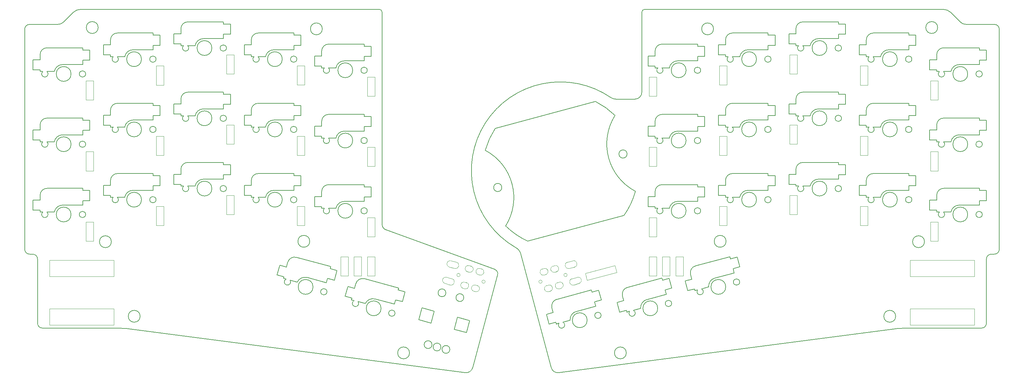
<source format=gm1>
G04 #@! TF.GenerationSoftware,KiCad,Pcbnew,7.0.5-0*
G04 #@! TF.CreationDate,2023-10-21T11:43:30+08:00*
G04 #@! TF.ProjectId,project_x_beneath_PCB_l_ec11_r_ball_v2,70726f6a-6563-4745-9f78-5f62656e6561,rev?*
G04 #@! TF.SameCoordinates,Original*
G04 #@! TF.FileFunction,Profile,NP*
%FSLAX46Y46*%
G04 Gerber Fmt 4.6, Leading zero omitted, Abs format (unit mm)*
G04 Created by KiCad (PCBNEW 7.0.5-0) date 2023-10-21 11:43:30*
%MOMM*%
%LPD*%
G01*
G04 APERTURE LIST*
G04 #@! TA.AperFunction,Profile*
%ADD10C,0.150000*%
G04 #@! TD*
G04 #@! TA.AperFunction,Profile*
%ADD11C,0.120000*%
G04 #@! TD*
G04 #@! TA.AperFunction,Profile*
%ADD12C,0.100000*%
G04 #@! TD*
G04 APERTURE END LIST*
D10*
X19136506Y-54781955D02*
G75*
G03*
X17790306Y-56132528I-13806J-1332445D01*
G01*
X32927420Y-50724424D02*
G75*
G03*
X30946220Y-51524528I-26120J-2788276D01*
G01*
X280820089Y-115583328D02*
X280821128Y-56132528D01*
X146561522Y-98897058D02*
G75*
G03*
X146561522Y-98897058I-1100000J0D01*
G01*
X270320428Y-54167328D02*
X267670752Y-51524528D01*
X179523201Y-106467577D02*
X153569863Y-113417442D01*
X175976767Y-74574379D02*
G75*
G03*
X177348352Y-75005090I1371633J1968679D01*
G01*
X136611506Y-148958928D02*
X45753002Y-137071728D01*
X113484501Y-50724428D02*
X32927420Y-50724428D01*
X177111843Y-79405555D02*
G75*
G03*
X182615712Y-99928516I12257957J-7712145D01*
G01*
X145450708Y-122542928D02*
G75*
G03*
X144637906Y-121018928I-1321908J273728D01*
G01*
X30946220Y-51524528D02*
X28291006Y-54167328D01*
X252858432Y-137071728D02*
X161999928Y-148958928D01*
X45753003Y-137071721D02*
G75*
G03*
X43060602Y-136919328I-2418603J-18870479D01*
G01*
X175976753Y-74574399D02*
G75*
G03*
X150170352Y-115062000I-13611133J-19792571D01*
G01*
X17791332Y-115583328D02*
G75*
G03*
X19161906Y-116917758I1322568J-12672D01*
G01*
X159891727Y-147561928D02*
G75*
G03*
X161999928Y-148958927I1798473J424828D01*
G01*
X138719706Y-147561928D02*
X145450706Y-122542928D01*
X182479152Y-75005185D02*
G75*
G03*
X184355265Y-73100090I-52J1876385D01*
G01*
X278710869Y-116917777D02*
G75*
G03*
X277340310Y-118304030I-48069J-1323123D01*
G01*
X177111823Y-79405535D02*
G75*
G03*
X171864983Y-75652339I-14686923J-14987765D01*
G01*
X19136506Y-54781962D02*
X26767006Y-54781962D01*
X275995128Y-136919328D02*
X255550832Y-136919328D01*
X171864983Y-75652338D02*
X144785552Y-82905600D01*
X279449528Y-116917758D02*
X278710870Y-116917758D01*
X275995130Y-136919273D02*
G75*
G03*
X277340309Y-135547728I36970J1309173D01*
G01*
X279449527Y-116917781D02*
G75*
G03*
X280820088Y-115583328I47873J1321881D01*
G01*
X185126930Y-50724500D02*
G75*
G03*
X184355266Y-51473728I-29030J-742100D01*
G01*
X21271125Y-118304030D02*
X21271125Y-135547728D01*
X114256191Y-108864776D02*
G75*
G03*
X115326306Y-110350927I1539909J-19524D01*
G01*
X43060602Y-136919328D02*
X22616306Y-136919328D01*
X144785553Y-82905601D02*
G75*
G03*
X142093152Y-88849200I18210447J-11830799D01*
G01*
X114256207Y-51473728D02*
G75*
G03*
X113484501Y-50724428I-742607J7228D01*
G01*
X271844428Y-54781962D02*
X279474928Y-54781962D01*
X267670754Y-51524526D02*
G75*
G03*
X265689552Y-50724429I-1955354J-1988874D01*
G01*
X177348352Y-75005090D02*
X182479152Y-75005090D01*
X144637906Y-121018928D02*
X115326306Y-110350928D01*
X136611513Y-148958888D02*
G75*
G03*
X138719706Y-147561928I309887J1821588D01*
G01*
X147600507Y-109296353D02*
G75*
G03*
X153569863Y-113417441I14837293J15107853D01*
G01*
X184355266Y-73100090D02*
X184355266Y-51473728D01*
X26767005Y-54781984D02*
G75*
G03*
X28291006Y-54167328I75895J2008484D01*
G01*
X265689552Y-50724428D02*
X185126933Y-50724428D01*
X159891728Y-147561928D02*
X151694352Y-116840000D01*
X280821086Y-56132527D02*
G75*
G03*
X279474928Y-54781962I-1332386J18127D01*
G01*
X277340309Y-135547728D02*
X277340309Y-118304030D01*
X114256168Y-51473728D02*
X114256168Y-108864776D01*
X180368926Y-89838390D02*
G75*
G03*
X180368926Y-89838390I-1100000J0D01*
G01*
X17790306Y-56132528D02*
X17791345Y-115583328D01*
X19900564Y-116917758D02*
X19161906Y-116917758D01*
X270320415Y-54167340D02*
G75*
G03*
X271844428Y-54781961I1447985J1393640D01*
G01*
X147600547Y-109296370D02*
G75*
G03*
X142093152Y-88849200I-12251147J7665470D01*
G01*
X21271138Y-135547729D02*
G75*
G03*
X22616306Y-136919328I1308262J-62371D01*
G01*
X255550832Y-136919326D02*
G75*
G03*
X252858432Y-137071728I-273732J-19022874D01*
G01*
X151694342Y-116840003D02*
G75*
G03*
X150170352Y-115062001I-2758642J-822397D01*
G01*
X179523202Y-106467578D02*
G75*
G03*
X182615711Y-99928516I-16845202J11967378D01*
G01*
X21271108Y-118304029D02*
G75*
G03*
X19900564Y-116917759I-1322608J63029D01*
G01*
X39061834Y-98335522D02*
X39061834Y-101053322D01*
X39061834Y-98335522D02*
X40949645Y-98335522D01*
X39061834Y-101053322D02*
X40949645Y-101053322D01*
X40949645Y-96989322D02*
X40949645Y-98335522D01*
X40949645Y-101053322D02*
X40949645Y-101536321D01*
X40949645Y-101536321D02*
X41678034Y-101536321D01*
X42795634Y-101535922D02*
X44793644Y-101536321D01*
X52447634Y-95119212D02*
X42871834Y-95119212D01*
X52447634Y-95719721D02*
X52447634Y-95119212D01*
X52447634Y-99656322D02*
X47053645Y-99656322D01*
X52447634Y-99656322D02*
X52447634Y-98437521D01*
X54335445Y-95719721D02*
X52447634Y-95719721D01*
X54335445Y-98437521D02*
X52447634Y-98437521D01*
X54335445Y-98437521D02*
X54335445Y-95719721D01*
X42871834Y-95119214D02*
G75*
G03*
X40949646Y-96989322I-41574J-1880181D01*
G01*
X41678034Y-101536321D02*
G75*
G03*
X42795634Y-101535923I559031J-648128D01*
G01*
X47053645Y-99656322D02*
G75*
G03*
X44793645Y-101536321I-25505J-2267745D01*
G01*
X49316834Y-102196322D02*
G75*
G03*
X49316834Y-102196322I-2000000J0D01*
G01*
X53246834Y-102196322D02*
G75*
G03*
X53246834Y-102196322I-850000J0D01*
G01*
X39061834Y-79335922D02*
X39061834Y-82053722D01*
X39061834Y-79335922D02*
X40949645Y-79335922D01*
X39061834Y-82053722D02*
X40949645Y-82053722D01*
X40949645Y-77989722D02*
X40949645Y-79335922D01*
X40949645Y-82053722D02*
X40949645Y-82536721D01*
X40949645Y-82536721D02*
X41678034Y-82536721D01*
X42795634Y-82536322D02*
X44793644Y-82536721D01*
X52447634Y-76119612D02*
X42871834Y-76119612D01*
X52447634Y-76720121D02*
X52447634Y-76119612D01*
X52447634Y-80656722D02*
X47053645Y-80656722D01*
X52447634Y-80656722D02*
X52447634Y-79437921D01*
X54335445Y-76720121D02*
X52447634Y-76720121D01*
X54335445Y-79437921D02*
X52447634Y-79437921D01*
X54335445Y-79437921D02*
X54335445Y-76720121D01*
X42871834Y-76119614D02*
G75*
G03*
X40949646Y-77989722I-41574J-1880181D01*
G01*
X41678034Y-82536721D02*
G75*
G03*
X42795634Y-82536323I559031J-648128D01*
G01*
X47053645Y-80656722D02*
G75*
G03*
X44793645Y-82536721I-25505J-2267745D01*
G01*
X49316834Y-83196722D02*
G75*
G03*
X49316834Y-83196722I-2000000J0D01*
G01*
X53246834Y-83196722D02*
G75*
G03*
X53246834Y-83196722I-850000J0D01*
G01*
X137011879Y-138129501D02*
X133724254Y-137248585D01*
X133724254Y-137248585D02*
X134592022Y-134010028D01*
X134592022Y-134010028D02*
X137879647Y-134890945D01*
X137879647Y-134890945D02*
X137011879Y-138129501D01*
X127443418Y-135565640D02*
X124155793Y-134684723D01*
X124155793Y-134684723D02*
X125023561Y-131446167D01*
X125023561Y-131446167D02*
X128311186Y-132327083D01*
X128311186Y-132327083D02*
X127443418Y-135565640D01*
X132541392Y-142679325D02*
G75*
G03*
X132541392Y-142679325I-1050000J0D01*
G01*
X136294268Y-128673401D02*
G75*
G03*
X136294268Y-128673401I-1050000J0D01*
G01*
X130126577Y-142032278D02*
G75*
G03*
X130126577Y-142032278I-1050000J0D01*
G01*
X127711764Y-141385230D02*
G75*
G03*
X127711764Y-141385230I-1050001J0D01*
G01*
X131464639Y-127379306D02*
G75*
G03*
X131464639Y-127379306I-1050000J0D01*
G01*
X224040200Y-57325562D02*
X224040200Y-60043362D01*
X224040200Y-57325562D02*
X225928011Y-57325562D01*
X224040200Y-60043362D02*
X225928011Y-60043362D01*
X225928011Y-55979362D02*
X225928011Y-57325562D01*
X225928011Y-60043362D02*
X225928011Y-60526361D01*
X225928011Y-60526361D02*
X226656400Y-60526361D01*
X227774000Y-60525962D02*
X229772010Y-60526361D01*
X237426000Y-54109252D02*
X227850200Y-54109252D01*
X237426000Y-54709761D02*
X237426000Y-54109252D01*
X237426000Y-58646362D02*
X232032011Y-58646362D01*
X237426000Y-58646362D02*
X237426000Y-57427561D01*
X239313811Y-54709761D02*
X237426000Y-54709761D01*
X239313811Y-57427561D02*
X237426000Y-57427561D01*
X239313811Y-57427561D02*
X239313811Y-54709761D01*
X227850200Y-54109254D02*
G75*
G03*
X225928012Y-55979362I-41574J-1880181D01*
G01*
X226656400Y-60526361D02*
G75*
G03*
X227774000Y-60525963I559031J-648128D01*
G01*
X232032011Y-58646362D02*
G75*
G03*
X229772011Y-60526361I-25505J-2267745D01*
G01*
X234295200Y-61186362D02*
G75*
G03*
X234295200Y-61186362I-2000000J0D01*
G01*
X238225200Y-61186362D02*
G75*
G03*
X238225200Y-61186362I-850000J0D01*
G01*
X98117661Y-56008478D02*
G75*
G03*
X98117661Y-56008478I-1600000J0D01*
G01*
D11*
X93332434Y-90187322D02*
X91300434Y-90187322D01*
X91300434Y-90187322D02*
X91300434Y-85005722D01*
X91300434Y-85005722D02*
X93332434Y-85005722D01*
X93332434Y-85005722D02*
X93332434Y-90187322D01*
X110300132Y-107006122D02*
X112332132Y-107006122D01*
X112332132Y-107006122D02*
X112332132Y-112187722D01*
X112332132Y-112187722D02*
X110300132Y-112187722D01*
X110300132Y-112187722D02*
X110300132Y-107006122D01*
X72300234Y-62995562D02*
X74332234Y-62995562D01*
X74332234Y-62995562D02*
X74332234Y-68177162D01*
X74332234Y-68177162D02*
X72300234Y-68177162D01*
X72300234Y-68177162D02*
X72300234Y-62995562D01*
X110300132Y-88006122D02*
X112332132Y-88006122D01*
X112332132Y-88006122D02*
X112332132Y-93187722D01*
X112332132Y-93187722D02*
X110300132Y-93187722D01*
X110300132Y-93187722D02*
X110300132Y-88006122D01*
D10*
X158620748Y-133195139D02*
X159324166Y-135820332D01*
X158620748Y-133195139D02*
X160444233Y-132706537D01*
X159324166Y-135820332D02*
X161147652Y-135331731D01*
X160095811Y-131406208D02*
X160444233Y-132706537D01*
X161147652Y-135331731D02*
X161272661Y-135798272D01*
X161272661Y-135798272D02*
X161976231Y-135609751D01*
X163055646Y-135320109D02*
X164985679Y-134803372D01*
X170717995Y-126623922D02*
X161468483Y-129102321D01*
X170873419Y-127203969D02*
X170717995Y-126623922D01*
X171892286Y-131006434D02*
X166682093Y-132402501D01*
X171892286Y-131006434D02*
X171576837Y-129829162D01*
X172696904Y-126715368D02*
X170873419Y-127203969D01*
X173400322Y-129340561D02*
X171576837Y-129829162D01*
X173400322Y-129340561D02*
X172696904Y-126715368D01*
X161468483Y-129102322D02*
G75*
G03*
X160095811Y-131406208I446470J-1826877D01*
G01*
X161976230Y-135609750D02*
G75*
G03*
X163055646Y-135320109I707731J-481357D01*
G01*
X166682093Y-132402501D02*
G75*
G03*
X164985679Y-134803372I562299J-2197074D01*
G01*
X169593714Y-134787834D02*
G75*
G03*
X169593714Y-134787834I-2000000J0D01*
G01*
X173350617Y-133473033D02*
G75*
G03*
X173350617Y-133473033I-850000J0D01*
G01*
X86640400Y-119911269D02*
X85936981Y-122536463D01*
X86640400Y-119911269D02*
X88463885Y-120399871D01*
X85936981Y-122536463D02*
X87760467Y-123025064D01*
X88812307Y-119099541D02*
X88463885Y-120399871D01*
X87760467Y-123025064D02*
X87635458Y-123491605D01*
X87635458Y-123491605D02*
X88339027Y-123680126D01*
X89418649Y-123968997D02*
X91348475Y-124486505D01*
X100402532Y-120269052D02*
X91153020Y-117790653D01*
X100247109Y-120849100D02*
X100402532Y-120269052D01*
X99228242Y-124651564D02*
X94018048Y-123255497D01*
X99228242Y-124651564D02*
X99543691Y-123474293D01*
X102070594Y-121337701D02*
X100247109Y-120849100D01*
X101367176Y-123962894D02*
X99543691Y-123474293D01*
X101367176Y-123962894D02*
X102070594Y-121337701D01*
X91153020Y-117790654D02*
G75*
G03*
X88812307Y-119099541I-526785J-1805356D01*
G01*
X88339027Y-123680127D02*
G75*
G03*
X89418648Y-123968997I372235J-770731D01*
G01*
X94018048Y-123255496D02*
G75*
G03*
X91348475Y-124486505I-611571J-2183873D01*
G01*
X95614869Y-125777067D02*
G75*
G03*
X95614869Y-125777067I-2000000J0D01*
G01*
X99371772Y-127091868D02*
G75*
G03*
X99371772Y-127091868I-850000J0D01*
G01*
X177661624Y-129979306D02*
X178365042Y-132604499D01*
X177661624Y-129979306D02*
X179485109Y-129490704D01*
X178365042Y-132604499D02*
X180188528Y-132115898D01*
X179136687Y-128190375D02*
X179485109Y-129490704D01*
X180188528Y-132115898D02*
X180313537Y-132582439D01*
X180313537Y-132582439D02*
X181017107Y-132393918D01*
X182096522Y-132104276D02*
X184026555Y-131587539D01*
X189758871Y-123408089D02*
X180509359Y-125886488D01*
X189914295Y-123988136D02*
X189758871Y-123408089D01*
X190933162Y-127790601D02*
X185722969Y-129186668D01*
X190933162Y-127790601D02*
X190617713Y-126613329D01*
X191737780Y-123499535D02*
X189914295Y-123988136D01*
X192441198Y-126124728D02*
X190617713Y-126613329D01*
X192441198Y-126124728D02*
X191737780Y-123499535D01*
X180509359Y-125886489D02*
G75*
G03*
X179136687Y-128190375I446470J-1826877D01*
G01*
X181017106Y-132393917D02*
G75*
G03*
X182096522Y-132104276I707731J-481357D01*
G01*
X185722969Y-129186668D02*
G75*
G03*
X184026555Y-131587539I562299J-2197074D01*
G01*
X188634590Y-131572001D02*
G75*
G03*
X188634590Y-131572001I-2000000J0D01*
G01*
X192391493Y-130257200D02*
G75*
G03*
X192391493Y-130257200I-850000J0D01*
G01*
X20061634Y-64334922D02*
X20061634Y-67052722D01*
X20061634Y-64334922D02*
X21949445Y-64334922D01*
X20061634Y-67052722D02*
X21949445Y-67052722D01*
X21949445Y-62988722D02*
X21949445Y-64334922D01*
X21949445Y-67052722D02*
X21949445Y-67535721D01*
X21949445Y-67535721D02*
X22677834Y-67535721D01*
X23795434Y-67535322D02*
X25793444Y-67535721D01*
X33447434Y-61118612D02*
X23871634Y-61118612D01*
X33447434Y-61719121D02*
X33447434Y-61118612D01*
X33447434Y-65655722D02*
X28053445Y-65655722D01*
X33447434Y-65655722D02*
X33447434Y-64436921D01*
X35335245Y-61719121D02*
X33447434Y-61719121D01*
X35335245Y-64436921D02*
X33447434Y-64436921D01*
X35335245Y-64436921D02*
X35335245Y-61719121D01*
X23871634Y-61118614D02*
G75*
G03*
X21949446Y-62988722I-41574J-1880181D01*
G01*
X22677834Y-67535721D02*
G75*
G03*
X23795434Y-67535323I559031J-648128D01*
G01*
X28053445Y-65655722D02*
G75*
G03*
X25793445Y-67535721I-25505J-2267745D01*
G01*
X30316634Y-68195722D02*
G75*
G03*
X30316634Y-68195722I-2000000J0D01*
G01*
X34246634Y-68195722D02*
G75*
G03*
X34246634Y-68195722I-850000J0D01*
G01*
X20061634Y-83335322D02*
X20061634Y-86053122D01*
X20061634Y-83335322D02*
X21949445Y-83335322D01*
X20061634Y-86053122D02*
X21949445Y-86053122D01*
X21949445Y-81989122D02*
X21949445Y-83335322D01*
X21949445Y-86053122D02*
X21949445Y-86536121D01*
X21949445Y-86536121D02*
X22677834Y-86536121D01*
X23795434Y-86535722D02*
X25793444Y-86536121D01*
X33447434Y-80119012D02*
X23871634Y-80119012D01*
X33447434Y-80719521D02*
X33447434Y-80119012D01*
X33447434Y-84656122D02*
X28053445Y-84656122D01*
X33447434Y-84656122D02*
X33447434Y-83437321D01*
X35335245Y-80719521D02*
X33447434Y-80719521D01*
X35335245Y-83437321D02*
X33447434Y-83437321D01*
X35335245Y-83437321D02*
X35335245Y-80719521D01*
X23871634Y-80119014D02*
G75*
G03*
X21949446Y-81989122I-41574J-1880181D01*
G01*
X22677834Y-86536121D02*
G75*
G03*
X23795434Y-86535723I559031J-648128D01*
G01*
X28053445Y-84656122D02*
G75*
G03*
X25793445Y-86536121I-25505J-2267745D01*
G01*
X30316634Y-87196122D02*
G75*
G03*
X30316634Y-87196122I-2000000J0D01*
G01*
X34246634Y-87196122D02*
G75*
G03*
X34246634Y-87196122I-850000J0D01*
G01*
X186040302Y-101336122D02*
X186040302Y-104053922D01*
X186040302Y-101336122D02*
X187928113Y-101336122D01*
X186040302Y-104053922D02*
X187928113Y-104053922D01*
X187928113Y-99989922D02*
X187928113Y-101336122D01*
X187928113Y-104053922D02*
X187928113Y-104536921D01*
X187928113Y-104536921D02*
X188656502Y-104536921D01*
X189774102Y-104536522D02*
X191772112Y-104536921D01*
X199426102Y-98119812D02*
X189850302Y-98119812D01*
X199426102Y-98720321D02*
X199426102Y-98119812D01*
X199426102Y-102656922D02*
X194032113Y-102656922D01*
X199426102Y-102656922D02*
X199426102Y-101438121D01*
X201313913Y-98720321D02*
X199426102Y-98720321D01*
X201313913Y-101438121D02*
X199426102Y-101438121D01*
X201313913Y-101438121D02*
X201313913Y-98720321D01*
X189850302Y-98119814D02*
G75*
G03*
X187928114Y-99989922I-41574J-1880181D01*
G01*
X188656502Y-104536921D02*
G75*
G03*
X189774102Y-104536523I559031J-648128D01*
G01*
X194032113Y-102656922D02*
G75*
G03*
X191772113Y-104536921I-25505J-2267745D01*
G01*
X196295302Y-105196922D02*
G75*
G03*
X196295302Y-105196922I-2000000J0D01*
G01*
X200225302Y-105196922D02*
G75*
G03*
X200225302Y-105196922I-850000J0D01*
G01*
X94726706Y-113446928D02*
G75*
G03*
X94726706Y-113446928I-1600000J0D01*
G01*
D11*
X110271706Y-117617128D02*
X112303706Y-117617128D01*
X112303706Y-117617128D02*
X112303706Y-122798728D01*
X112303706Y-122798728D02*
X110271706Y-122798728D01*
X110271706Y-122798728D02*
X110271706Y-117617128D01*
D10*
X41183506Y-113551328D02*
G75*
G03*
X41183506Y-113551328I-1600000J0D01*
G01*
X105002375Y-125706203D02*
X104298956Y-128331397D01*
X105002375Y-125706203D02*
X106825860Y-126194805D01*
X104298956Y-128331397D02*
X106122442Y-128819998D01*
X107174282Y-124894475D02*
X106825860Y-126194805D01*
X106122442Y-128819998D02*
X105997433Y-129286539D01*
X105997433Y-129286539D02*
X106701002Y-129475060D01*
X107780624Y-129763931D02*
X109710450Y-130281439D01*
X118764507Y-126063986D02*
X109514995Y-123585587D01*
X118609084Y-126644034D02*
X118764507Y-126063986D01*
X117590217Y-130446498D02*
X112380023Y-129050431D01*
X117590217Y-130446498D02*
X117905666Y-129269227D01*
X120432569Y-127132635D02*
X118609084Y-126644034D01*
X119729151Y-129757828D02*
X117905666Y-129269227D01*
X119729151Y-129757828D02*
X120432569Y-127132635D01*
X109514995Y-123585588D02*
G75*
G03*
X107174282Y-124894475I-526785J-1805356D01*
G01*
X106701002Y-129475061D02*
G75*
G03*
X107780623Y-129763931I372235J-770731D01*
G01*
X112380023Y-129050430D02*
G75*
G03*
X109710450Y-130281439I-611571J-2183873D01*
G01*
X113976844Y-131572001D02*
G75*
G03*
X113976844Y-131572001I-2000000J0D01*
G01*
X117733747Y-132886802D02*
G75*
G03*
X117733747Y-132886802I-850000J0D01*
G01*
X58061234Y-95325722D02*
X58061234Y-98043522D01*
X58061234Y-95325722D02*
X59949045Y-95325722D01*
X58061234Y-98043522D02*
X59949045Y-98043522D01*
X59949045Y-93979522D02*
X59949045Y-95325722D01*
X59949045Y-98043522D02*
X59949045Y-98526521D01*
X59949045Y-98526521D02*
X60677434Y-98526521D01*
X61795034Y-98526122D02*
X63793044Y-98526521D01*
X71447034Y-92109412D02*
X61871234Y-92109412D01*
X71447034Y-92709921D02*
X71447034Y-92109412D01*
X71447034Y-96646522D02*
X66053045Y-96646522D01*
X71447034Y-96646522D02*
X71447034Y-95427721D01*
X73334845Y-92709921D02*
X71447034Y-92709921D01*
X73334845Y-95427721D02*
X71447034Y-95427721D01*
X73334845Y-95427721D02*
X73334845Y-92709921D01*
X61871234Y-92109414D02*
G75*
G03*
X59949046Y-93979522I-41574J-1880181D01*
G01*
X60677434Y-98526521D02*
G75*
G03*
X61795034Y-98526123I559031J-648128D01*
G01*
X66053045Y-96646522D02*
G75*
G03*
X63793045Y-98526521I-25505J-2267745D01*
G01*
X68316234Y-99186522D02*
G75*
G03*
X68316234Y-99186522I-2000000J0D01*
G01*
X72246234Y-99186522D02*
G75*
G03*
X72246234Y-99186522I-850000J0D01*
G01*
D11*
X274120328Y-118589928D02*
X256746728Y-118589928D01*
X256746728Y-118589928D02*
X256746728Y-122958728D01*
X256746728Y-122958728D02*
X274120328Y-122958728D01*
X274120328Y-122958728D02*
X274120328Y-118589928D01*
X274120328Y-131696328D02*
X256746728Y-131696328D01*
X256746728Y-131696328D02*
X256746728Y-136065128D01*
X256746728Y-136065128D02*
X274120328Y-136065128D01*
X274120328Y-136065128D02*
X274120328Y-131696328D01*
D10*
X121650706Y-143624928D02*
G75*
G03*
X121650706Y-143624928I-1600000J0D01*
G01*
D11*
X55332834Y-90187522D02*
X53300834Y-90187522D01*
X53300834Y-90187522D02*
X53300834Y-85005922D01*
X53300834Y-85005922D02*
X55332834Y-85005922D01*
X55332834Y-85005922D02*
X55332834Y-90187522D01*
D10*
X77061434Y-60335762D02*
X77061434Y-63053562D01*
X77061434Y-60335762D02*
X78949245Y-60335762D01*
X77061434Y-63053562D02*
X78949245Y-63053562D01*
X78949245Y-58989562D02*
X78949245Y-60335762D01*
X78949245Y-63053562D02*
X78949245Y-63536561D01*
X78949245Y-63536561D02*
X79677634Y-63536561D01*
X80795234Y-63536162D02*
X82793244Y-63536561D01*
X90447234Y-57119452D02*
X80871434Y-57119452D01*
X90447234Y-57719961D02*
X90447234Y-57119452D01*
X90447234Y-61656562D02*
X85053245Y-61656562D01*
X90447234Y-61656562D02*
X90447234Y-60437761D01*
X92335045Y-57719961D02*
X90447234Y-57719961D01*
X92335045Y-60437761D02*
X90447234Y-60437761D01*
X92335045Y-60437761D02*
X92335045Y-57719961D01*
X80871434Y-57119454D02*
G75*
G03*
X78949246Y-58989562I-41574J-1880181D01*
G01*
X79677634Y-63536561D02*
G75*
G03*
X80795234Y-63536163I559031J-648128D01*
G01*
X85053245Y-61656562D02*
G75*
G03*
X82793245Y-63536561I-25505J-2267745D01*
G01*
X87316434Y-64196562D02*
G75*
G03*
X87316434Y-64196562I-2000000J0D01*
G01*
X91246434Y-64196562D02*
G75*
G03*
X91246434Y-64196562I-850000J0D01*
G01*
X39061834Y-60336322D02*
X39061834Y-63054122D01*
X39061834Y-60336322D02*
X40949645Y-60336322D01*
X39061834Y-63054122D02*
X40949645Y-63054122D01*
X40949645Y-58990122D02*
X40949645Y-60336322D01*
X40949645Y-63054122D02*
X40949645Y-63537121D01*
X40949645Y-63537121D02*
X41678034Y-63537121D01*
X42795634Y-63536722D02*
X44793644Y-63537121D01*
X52447634Y-57120012D02*
X42871834Y-57120012D01*
X52447634Y-57720521D02*
X52447634Y-57120012D01*
X52447634Y-61657122D02*
X47053645Y-61657122D01*
X52447634Y-61657122D02*
X52447634Y-60438321D01*
X54335445Y-57720521D02*
X52447634Y-57720521D01*
X54335445Y-60438321D02*
X52447634Y-60438321D01*
X54335445Y-60438321D02*
X54335445Y-57720521D01*
X42871834Y-57120014D02*
G75*
G03*
X40949646Y-58990122I-41574J-1880181D01*
G01*
X41678034Y-63537121D02*
G75*
G03*
X42795634Y-63536723I559031J-648128D01*
G01*
X47053645Y-61657122D02*
G75*
G03*
X44793645Y-63537121I-25505J-2267745D01*
G01*
X49316834Y-64197122D02*
G75*
G03*
X49316834Y-64197122I-2000000J0D01*
G01*
X53246834Y-64197122D02*
G75*
G03*
X53246834Y-64197122I-850000J0D01*
G01*
D11*
X103071706Y-117617128D02*
X105103706Y-117617128D01*
X105103706Y-117617128D02*
X105103706Y-122798728D01*
X105103706Y-122798728D02*
X103071706Y-122798728D01*
X103071706Y-122798728D02*
X103071706Y-117617128D01*
X93332434Y-71187362D02*
X91300434Y-71187362D01*
X91300434Y-71187362D02*
X91300434Y-66005762D01*
X91300434Y-66005762D02*
X93332434Y-66005762D01*
X93332434Y-66005762D02*
X93332434Y-71187362D01*
D10*
X96061132Y-63336322D02*
X96061132Y-66054122D01*
X96061132Y-63336322D02*
X97948943Y-63336322D01*
X96061132Y-66054122D02*
X97948943Y-66054122D01*
X97948943Y-61990122D02*
X97948943Y-63336322D01*
X97948943Y-66054122D02*
X97948943Y-66537121D01*
X97948943Y-66537121D02*
X98677332Y-66537121D01*
X99794932Y-66536722D02*
X101792942Y-66537121D01*
X109446932Y-60120012D02*
X99871132Y-60120012D01*
X109446932Y-60720521D02*
X109446932Y-60120012D01*
X109446932Y-64657122D02*
X104052943Y-64657122D01*
X109446932Y-64657122D02*
X109446932Y-63438321D01*
X111334743Y-60720521D02*
X109446932Y-60720521D01*
X111334743Y-63438321D02*
X109446932Y-63438321D01*
X111334743Y-63438321D02*
X111334743Y-60720521D01*
X99871132Y-60120014D02*
G75*
G03*
X97948944Y-61990122I-41574J-1880181D01*
G01*
X98677332Y-66537121D02*
G75*
G03*
X99794932Y-66536723I559031J-648128D01*
G01*
X104052943Y-64657122D02*
G75*
G03*
X101792943Y-66537121I-25505J-2267745D01*
G01*
X106316132Y-67197122D02*
G75*
G03*
X106316132Y-67197122I-2000000J0D01*
G01*
X110246132Y-67197122D02*
G75*
G03*
X110246132Y-67197122I-850000J0D01*
G01*
X186040302Y-82336122D02*
X186040302Y-85053922D01*
X186040302Y-82336122D02*
X187928113Y-82336122D01*
X186040302Y-85053922D02*
X187928113Y-85053922D01*
X187928113Y-80989922D02*
X187928113Y-82336122D01*
X187928113Y-85053922D02*
X187928113Y-85536921D01*
X187928113Y-85536921D02*
X188656502Y-85536921D01*
X189774102Y-85536522D02*
X191772112Y-85536921D01*
X199426102Y-79119812D02*
X189850302Y-79119812D01*
X199426102Y-79720321D02*
X199426102Y-79119812D01*
X199426102Y-83656922D02*
X194032113Y-83656922D01*
X199426102Y-83656922D02*
X199426102Y-82438121D01*
X201313913Y-79720321D02*
X199426102Y-79720321D01*
X201313913Y-82438121D02*
X199426102Y-82438121D01*
X201313913Y-82438121D02*
X201313913Y-79720321D01*
X189850302Y-79119814D02*
G75*
G03*
X187928114Y-80989922I-41574J-1880181D01*
G01*
X188656502Y-85536921D02*
G75*
G03*
X189774102Y-85536523I559031J-648128D01*
G01*
X194032113Y-83656922D02*
G75*
G03*
X191772113Y-85536921I-25505J-2267745D01*
G01*
X196295302Y-86196922D02*
G75*
G03*
X196295302Y-86196922I-2000000J0D01*
G01*
X200225302Y-86196922D02*
G75*
G03*
X200225302Y-86196922I-850000J0D01*
G01*
D11*
X72300234Y-100995722D02*
X74332234Y-100995722D01*
X74332234Y-100995722D02*
X74332234Y-106177322D01*
X74332234Y-106177322D02*
X72300234Y-106177322D01*
X72300234Y-106177322D02*
X72300234Y-100995722D01*
X169094951Y-122121327D02*
X177068669Y-119984775D01*
X177068669Y-119984775D02*
X177561719Y-121824864D01*
X177561719Y-121824864D02*
X169588001Y-123961415D01*
X169588001Y-123961415D02*
X169094951Y-122121327D01*
D10*
X205040000Y-79335722D02*
X205040000Y-82053522D01*
X205040000Y-79335722D02*
X206927811Y-79335722D01*
X205040000Y-82053522D02*
X206927811Y-82053522D01*
X206927811Y-77989522D02*
X206927811Y-79335722D01*
X206927811Y-82053522D02*
X206927811Y-82536521D01*
X206927811Y-82536521D02*
X207656200Y-82536521D01*
X208773800Y-82536122D02*
X210771810Y-82536521D01*
X218425800Y-76119412D02*
X208850000Y-76119412D01*
X218425800Y-76719921D02*
X218425800Y-76119412D01*
X218425800Y-80656522D02*
X213031811Y-80656522D01*
X218425800Y-80656522D02*
X218425800Y-79437721D01*
X220313611Y-76719921D02*
X218425800Y-76719921D01*
X220313611Y-79437721D02*
X218425800Y-79437721D01*
X220313611Y-79437721D02*
X220313611Y-76719921D01*
X208850000Y-76119414D02*
G75*
G03*
X206927812Y-77989522I-41574J-1880181D01*
G01*
X207656200Y-82536521D02*
G75*
G03*
X208773800Y-82536123I559031J-648128D01*
G01*
X213031811Y-80656522D02*
G75*
G03*
X210771811Y-82536521I-25505J-2267745D01*
G01*
X215295000Y-83196522D02*
G75*
G03*
X215295000Y-83196522I-2000000J0D01*
G01*
X219225000Y-83196522D02*
G75*
G03*
X219225000Y-83196522I-850000J0D01*
G01*
X205040000Y-98336122D02*
X205040000Y-101053922D01*
X205040000Y-98336122D02*
X206927811Y-98336122D01*
X205040000Y-101053922D02*
X206927811Y-101053922D01*
X206927811Y-96989922D02*
X206927811Y-98336122D01*
X206927811Y-101053922D02*
X206927811Y-101536921D01*
X206927811Y-101536921D02*
X207656200Y-101536921D01*
X208773800Y-101536522D02*
X210771810Y-101536921D01*
X218425800Y-95119812D02*
X208850000Y-95119812D01*
X218425800Y-95720321D02*
X218425800Y-95119812D01*
X218425800Y-99656922D02*
X213031811Y-99656922D01*
X218425800Y-99656922D02*
X218425800Y-98438121D01*
X220313611Y-95720321D02*
X218425800Y-95720321D01*
X220313611Y-98438121D02*
X218425800Y-98438121D01*
X220313611Y-98438121D02*
X220313611Y-95720321D01*
X208850000Y-95119814D02*
G75*
G03*
X206927812Y-96989922I-41574J-1880181D01*
G01*
X207656200Y-101536921D02*
G75*
G03*
X208773800Y-101536523I559031J-648128D01*
G01*
X213031811Y-99656922D02*
G75*
G03*
X210771811Y-101536921I-25505J-2267745D01*
G01*
X215295000Y-102196922D02*
G75*
G03*
X215295000Y-102196922I-2000000J0D01*
G01*
X219225000Y-102196922D02*
G75*
G03*
X219225000Y-102196922I-850000J0D01*
G01*
D11*
X55332834Y-109187122D02*
X53300834Y-109187122D01*
X53300834Y-109187122D02*
X53300834Y-104005522D01*
X53300834Y-104005522D02*
X55332834Y-104005522D01*
X55332834Y-104005522D02*
X55332834Y-109187122D01*
X72300234Y-81995522D02*
X74332234Y-81995522D01*
X74332234Y-81995522D02*
X74332234Y-87177122D01*
X74332234Y-87177122D02*
X72300234Y-87177122D01*
X72300234Y-87177122D02*
X72300234Y-81995522D01*
X34300634Y-89205322D02*
X36332634Y-89205322D01*
X36332634Y-89205322D02*
X36332634Y-94386922D01*
X36332634Y-94386922D02*
X34300634Y-94386922D01*
X34300634Y-94386922D02*
X34300634Y-89205322D01*
D10*
X77061434Y-98336122D02*
X77061434Y-101053922D01*
X77061434Y-98336122D02*
X78949245Y-98336122D01*
X77061434Y-101053922D02*
X78949245Y-101053922D01*
X78949245Y-96989922D02*
X78949245Y-98336122D01*
X78949245Y-101053922D02*
X78949245Y-101536921D01*
X78949245Y-101536921D02*
X79677634Y-101536921D01*
X80795234Y-101536522D02*
X82793244Y-101536921D01*
X90447234Y-95119812D02*
X80871434Y-95119812D01*
X90447234Y-95720321D02*
X90447234Y-95119812D01*
X90447234Y-99656922D02*
X85053245Y-99656922D01*
X90447234Y-99656922D02*
X90447234Y-98438121D01*
X92335045Y-95720321D02*
X90447234Y-95720321D01*
X92335045Y-98438121D02*
X90447234Y-98438121D01*
X92335045Y-98438121D02*
X92335045Y-95720321D01*
X80871434Y-95119814D02*
G75*
G03*
X78949246Y-96989922I-41574J-1880181D01*
G01*
X79677634Y-101536921D02*
G75*
G03*
X80795234Y-101536523I559031J-648128D01*
G01*
X85053245Y-99656922D02*
G75*
G03*
X82793245Y-101536921I-25505J-2267745D01*
G01*
X87316434Y-102196922D02*
G75*
G03*
X87316434Y-102196922I-2000000J0D01*
G01*
X91246434Y-102196922D02*
G75*
G03*
X91246434Y-102196922I-850000J0D01*
G01*
X243039600Y-60336322D02*
X243039600Y-63054122D01*
X243039600Y-60336322D02*
X244927411Y-60336322D01*
X243039600Y-63054122D02*
X244927411Y-63054122D01*
X244927411Y-58990122D02*
X244927411Y-60336322D01*
X244927411Y-63054122D02*
X244927411Y-63537121D01*
X244927411Y-63537121D02*
X245655800Y-63537121D01*
X246773400Y-63536722D02*
X248771410Y-63537121D01*
X256425400Y-57120012D02*
X246849600Y-57120012D01*
X256425400Y-57720521D02*
X256425400Y-57120012D01*
X256425400Y-61657122D02*
X251031411Y-61657122D01*
X256425400Y-61657122D02*
X256425400Y-60438321D01*
X258313211Y-57720521D02*
X256425400Y-57720521D01*
X258313211Y-60438321D02*
X256425400Y-60438321D01*
X258313211Y-60438321D02*
X258313211Y-57720521D01*
X246849600Y-57120014D02*
G75*
G03*
X244927412Y-58990122I-41574J-1880181D01*
G01*
X245655800Y-63537121D02*
G75*
G03*
X246773400Y-63536723I559031J-648128D01*
G01*
X251031411Y-61657122D02*
G75*
G03*
X248771411Y-63537121I-25505J-2267745D01*
G01*
X253294600Y-64197122D02*
G75*
G03*
X253294600Y-64197122I-2000000J0D01*
G01*
X257224600Y-64197122D02*
G75*
G03*
X257224600Y-64197122I-850000J0D01*
G01*
X262039800Y-102335722D02*
X262039800Y-105053522D01*
X262039800Y-102335722D02*
X263927611Y-102335722D01*
X262039800Y-105053522D02*
X263927611Y-105053522D01*
X263927611Y-100989522D02*
X263927611Y-102335722D01*
X263927611Y-105053522D02*
X263927611Y-105536521D01*
X263927611Y-105536521D02*
X264656000Y-105536521D01*
X265773600Y-105536122D02*
X267771610Y-105536521D01*
X275425600Y-99119412D02*
X265849800Y-99119412D01*
X275425600Y-99719921D02*
X275425600Y-99119412D01*
X275425600Y-103656522D02*
X270031611Y-103656522D01*
X275425600Y-103656522D02*
X275425600Y-102437721D01*
X277313411Y-99719921D02*
X275425600Y-99719921D01*
X277313411Y-102437721D02*
X275425600Y-102437721D01*
X277313411Y-102437721D02*
X277313411Y-99719921D01*
X265849800Y-99119414D02*
G75*
G03*
X263927612Y-100989522I-41574J-1880181D01*
G01*
X264656000Y-105536521D02*
G75*
G03*
X265773600Y-105536123I559031J-648128D01*
G01*
X270031611Y-103656522D02*
G75*
G03*
X267771611Y-105536521I-25505J-2267745D01*
G01*
X272294800Y-106196522D02*
G75*
G03*
X272294800Y-106196522I-2000000J0D01*
G01*
X276224800Y-106196522D02*
G75*
G03*
X276224800Y-106196522I-850000J0D01*
G01*
X224040200Y-95325722D02*
X224040200Y-98043522D01*
X224040200Y-95325722D02*
X225928011Y-95325722D01*
X224040200Y-98043522D02*
X225928011Y-98043522D01*
X225928011Y-93979522D02*
X225928011Y-95325722D01*
X225928011Y-98043522D02*
X225928011Y-98526521D01*
X225928011Y-98526521D02*
X226656400Y-98526521D01*
X227774000Y-98526122D02*
X229772010Y-98526521D01*
X237426000Y-92109412D02*
X227850200Y-92109412D01*
X237426000Y-92709921D02*
X237426000Y-92109412D01*
X237426000Y-96646522D02*
X232032011Y-96646522D01*
X237426000Y-96646522D02*
X237426000Y-95427721D01*
X239313811Y-92709921D02*
X237426000Y-92709921D01*
X239313811Y-95427721D02*
X237426000Y-95427721D01*
X239313811Y-95427721D02*
X239313811Y-92709921D01*
X227850200Y-92109414D02*
G75*
G03*
X225928012Y-93979522I-41574J-1880181D01*
G01*
X226656400Y-98526521D02*
G75*
G03*
X227774000Y-98526123I559031J-648128D01*
G01*
X232032011Y-96646522D02*
G75*
G03*
X229772011Y-98526521I-25505J-2267745D01*
G01*
X234295200Y-99186522D02*
G75*
G03*
X234295200Y-99186522I-2000000J0D01*
G01*
X238225200Y-99186522D02*
G75*
G03*
X238225200Y-99186522I-850000J0D01*
G01*
X243039600Y-98335522D02*
X243039600Y-101053322D01*
X243039600Y-98335522D02*
X244927411Y-98335522D01*
X243039600Y-101053322D02*
X244927411Y-101053322D01*
X244927411Y-96989322D02*
X244927411Y-98335522D01*
X244927411Y-101053322D02*
X244927411Y-101536321D01*
X244927411Y-101536321D02*
X245655800Y-101536321D01*
X246773400Y-101535922D02*
X248771410Y-101536321D01*
X256425400Y-95119212D02*
X246849600Y-95119212D01*
X256425400Y-95719721D02*
X256425400Y-95119212D01*
X256425400Y-99656322D02*
X251031411Y-99656322D01*
X256425400Y-99656322D02*
X256425400Y-98437521D01*
X258313211Y-95719721D02*
X256425400Y-95719721D01*
X258313211Y-98437521D02*
X256425400Y-98437521D01*
X258313211Y-98437521D02*
X258313211Y-95719721D01*
X246849600Y-95119214D02*
G75*
G03*
X244927412Y-96989322I-41574J-1880181D01*
G01*
X245655800Y-101536321D02*
G75*
G03*
X246773400Y-101535923I559031J-648128D01*
G01*
X251031411Y-99656322D02*
G75*
G03*
X248771411Y-101536321I-25505J-2267745D01*
G01*
X253294600Y-102196322D02*
G75*
G03*
X253294600Y-102196322I-2000000J0D01*
G01*
X257224600Y-102196322D02*
G75*
G03*
X257224600Y-102196322I-850000J0D01*
G01*
D12*
X141097958Y-120911047D02*
X140656336Y-120792714D01*
X138202885Y-120135314D02*
X137761263Y-120016982D01*
X134326431Y-119096622D02*
X133884810Y-118978289D01*
X133884810Y-118978289D02*
X133287492Y-118852196D01*
X133287492Y-118852196D02*
X132845871Y-118733864D01*
X140650925Y-122579394D02*
X140209304Y-122461062D01*
X137755852Y-121803661D02*
X137314231Y-121685329D01*
X133879399Y-120764969D02*
X133437778Y-120646637D01*
X133437778Y-120646637D02*
X132840460Y-120520543D01*
X132840460Y-120520543D02*
X132398839Y-120402211D01*
X132103602Y-123270534D02*
X131661981Y-123152202D01*
X139897917Y-125389658D02*
X139456296Y-125271326D01*
X137002844Y-124613926D02*
X136561223Y-124495594D01*
X133125563Y-123578324D02*
X132683941Y-123459992D01*
X132683941Y-123459992D02*
X132103602Y-123270534D01*
X131656570Y-124938881D02*
X131214949Y-124820549D01*
X139450885Y-127058005D02*
X139009264Y-126939673D01*
X136555812Y-126282273D02*
X136114191Y-126163941D01*
X132678530Y-125246671D02*
X132236909Y-125128339D01*
X132236909Y-125128339D02*
X131656570Y-124938881D01*
X140650925Y-122579393D02*
G75*
G03*
X141097958Y-120911048I223516J834173D01*
G01*
X137755852Y-121803661D02*
G75*
G03*
X138202885Y-120135314I223517J834173D01*
G01*
X133879399Y-120764968D02*
G75*
G03*
X134326431Y-119096622I223516J834173D01*
G01*
X140656336Y-120792714D02*
G75*
G03*
X140209304Y-122461062I-223516J-834174D01*
G01*
X137761263Y-120016983D02*
G75*
G03*
X137314231Y-121685329I-223516J-834173D01*
G01*
X132845871Y-118733863D02*
G75*
G03*
X132398839Y-120402211I-223516J-834174D01*
G01*
X139450885Y-127058006D02*
G75*
G03*
X139897917Y-125389658I223516J834174D01*
G01*
X136555812Y-126282272D02*
G75*
G03*
X137002844Y-124613926I223516J834173D01*
G01*
X132678530Y-125246672D02*
G75*
G03*
X133125563Y-123578325I223516J834174D01*
G01*
X131661981Y-123152201D02*
G75*
G03*
X131214949Y-124820549I-223516J-834174D01*
G01*
X139456296Y-125271327D02*
G75*
G03*
X139009264Y-126939673I-223516J-834173D01*
G01*
X136561223Y-124495593D02*
G75*
G03*
X136114191Y-126163941I-223516J-834174D01*
G01*
X142069225Y-124364018D02*
G75*
G03*
X142069225Y-124364018I-450000J0D01*
G01*
X135307744Y-122552284D02*
G75*
G03*
X135307744Y-122552284I-450000J0D01*
G01*
D11*
X34300634Y-70004922D02*
X36332634Y-70004922D01*
X36332634Y-70004922D02*
X36332634Y-75186522D01*
X36332634Y-75186522D02*
X34300634Y-75186522D01*
X34300634Y-75186522D02*
X34300634Y-70004922D01*
X106671706Y-117617128D02*
X108703706Y-117617128D01*
X108703706Y-117617128D02*
X108703706Y-122798728D01*
X108703706Y-122798728D02*
X106671706Y-122798728D01*
X106671706Y-122798728D02*
X106671706Y-117617128D01*
D10*
X243039600Y-79335922D02*
X243039600Y-82053722D01*
X243039600Y-79335922D02*
X244927411Y-79335922D01*
X243039600Y-82053722D02*
X244927411Y-82053722D01*
X244927411Y-77989722D02*
X244927411Y-79335922D01*
X244927411Y-82053722D02*
X244927411Y-82536721D01*
X244927411Y-82536721D02*
X245655800Y-82536721D01*
X246773400Y-82536322D02*
X248771410Y-82536721D01*
X256425400Y-76119612D02*
X246849600Y-76119612D01*
X256425400Y-76720121D02*
X256425400Y-76119612D01*
X256425400Y-80656722D02*
X251031411Y-80656722D01*
X256425400Y-80656722D02*
X256425400Y-79437921D01*
X258313211Y-76720121D02*
X256425400Y-76720121D01*
X258313211Y-79437921D02*
X256425400Y-79437921D01*
X258313211Y-79437921D02*
X258313211Y-76720121D01*
X246849600Y-76119614D02*
G75*
G03*
X244927412Y-77989722I-41574J-1880181D01*
G01*
X245655800Y-82536721D02*
G75*
G03*
X246773400Y-82536323I559031J-648128D01*
G01*
X251031411Y-80656722D02*
G75*
G03*
X248771411Y-82536721I-25505J-2267745D01*
G01*
X253294600Y-83196722D02*
G75*
G03*
X253294600Y-83196722I-2000000J0D01*
G01*
X257224600Y-83196722D02*
G75*
G03*
X257224600Y-83196722I-850000J0D01*
G01*
X96061132Y-101336122D02*
X96061132Y-104053922D01*
X96061132Y-101336122D02*
X97948943Y-101336122D01*
X96061132Y-104053922D02*
X97948943Y-104053922D01*
X97948943Y-99989922D02*
X97948943Y-101336122D01*
X97948943Y-104053922D02*
X97948943Y-104536921D01*
X97948943Y-104536921D02*
X98677332Y-104536921D01*
X99794932Y-104536522D02*
X101792942Y-104536921D01*
X109446932Y-98119812D02*
X99871132Y-98119812D01*
X109446932Y-98720321D02*
X109446932Y-98119812D01*
X109446932Y-102656922D02*
X104052943Y-102656922D01*
X109446932Y-102656922D02*
X109446932Y-101438121D01*
X111334743Y-98720321D02*
X109446932Y-98720321D01*
X111334743Y-101438121D02*
X109446932Y-101438121D01*
X111334743Y-101438121D02*
X111334743Y-98720321D01*
X99871132Y-98119814D02*
G75*
G03*
X97948944Y-99989922I-41574J-1880181D01*
G01*
X98677332Y-104536921D02*
G75*
G03*
X99794932Y-104536523I559031J-648128D01*
G01*
X104052943Y-102656922D02*
G75*
G03*
X101792943Y-104536921I-25505J-2267745D01*
G01*
X106316132Y-105196922D02*
G75*
G03*
X106316132Y-105196922I-2000000J0D01*
G01*
X110246132Y-105196922D02*
G75*
G03*
X110246132Y-105196922I-850000J0D01*
G01*
X77061434Y-79335722D02*
X77061434Y-82053522D01*
X77061434Y-79335722D02*
X78949245Y-79335722D01*
X77061434Y-82053522D02*
X78949245Y-82053522D01*
X78949245Y-77989522D02*
X78949245Y-79335722D01*
X78949245Y-82053522D02*
X78949245Y-82536521D01*
X78949245Y-82536521D02*
X79677634Y-82536521D01*
X80795234Y-82536122D02*
X82793244Y-82536521D01*
X90447234Y-76119412D02*
X80871434Y-76119412D01*
X90447234Y-76719921D02*
X90447234Y-76119412D01*
X90447234Y-80656522D02*
X85053245Y-80656522D01*
X90447234Y-80656522D02*
X90447234Y-79437721D01*
X92335045Y-76719921D02*
X90447234Y-76719921D01*
X92335045Y-79437721D02*
X90447234Y-79437721D01*
X92335045Y-79437721D02*
X92335045Y-76719921D01*
X80871434Y-76119414D02*
G75*
G03*
X78949246Y-77989522I-41574J-1880181D01*
G01*
X79677634Y-82536521D02*
G75*
G03*
X80795234Y-82536123I559031J-648128D01*
G01*
X85053245Y-80656522D02*
G75*
G03*
X82793245Y-82536521I-25505J-2267745D01*
G01*
X87316434Y-83196522D02*
G75*
G03*
X87316434Y-83196522I-2000000J0D01*
G01*
X91246434Y-83196522D02*
G75*
G03*
X91246434Y-83196522I-850000J0D01*
G01*
D11*
X93332434Y-109187722D02*
X91300434Y-109187722D01*
X91300434Y-109187722D02*
X91300434Y-104006122D01*
X91300434Y-104006122D02*
X93332434Y-104006122D01*
X93332434Y-104006122D02*
X93332434Y-109187722D01*
X110300132Y-69006322D02*
X112332132Y-69006322D01*
X112332132Y-69006322D02*
X112332132Y-74187922D01*
X112332132Y-74187922D02*
X110300132Y-74187922D01*
X110300132Y-74187922D02*
X110300132Y-69006322D01*
D10*
X205040000Y-60335762D02*
X205040000Y-63053562D01*
X205040000Y-60335762D02*
X206927811Y-60335762D01*
X205040000Y-63053562D02*
X206927811Y-63053562D01*
X206927811Y-58989562D02*
X206927811Y-60335762D01*
X206927811Y-63053562D02*
X206927811Y-63536561D01*
X206927811Y-63536561D02*
X207656200Y-63536561D01*
X208773800Y-63536162D02*
X210771810Y-63536561D01*
X218425800Y-57119452D02*
X208850000Y-57119452D01*
X218425800Y-57719961D02*
X218425800Y-57119452D01*
X218425800Y-61656562D02*
X213031811Y-61656562D01*
X218425800Y-61656562D02*
X218425800Y-60437761D01*
X220313611Y-57719961D02*
X218425800Y-57719961D01*
X220313611Y-60437761D02*
X218425800Y-60437761D01*
X220313611Y-60437761D02*
X220313611Y-57719961D01*
X208850000Y-57119454D02*
G75*
G03*
X206927812Y-58989562I-41574J-1880181D01*
G01*
X207656200Y-63536561D02*
G75*
G03*
X208773800Y-63536163I559031J-648128D01*
G01*
X213031811Y-61656562D02*
G75*
G03*
X210771811Y-63536561I-25505J-2267745D01*
G01*
X215295000Y-64196562D02*
G75*
G03*
X215295000Y-64196562I-2000000J0D01*
G01*
X219225000Y-64196562D02*
G75*
G03*
X219225000Y-64196562I-850000J0D01*
G01*
D11*
X34300634Y-108205722D02*
X36332634Y-108205722D01*
X36332634Y-108205722D02*
X36332634Y-113387322D01*
X36332634Y-113387322D02*
X34300634Y-113387322D01*
X34300634Y-113387322D02*
X34300634Y-108205722D01*
D10*
X186040302Y-63336322D02*
X186040302Y-66054122D01*
X186040302Y-63336322D02*
X187928113Y-63336322D01*
X186040302Y-66054122D02*
X187928113Y-66054122D01*
X187928113Y-61990122D02*
X187928113Y-63336322D01*
X187928113Y-66054122D02*
X187928113Y-66537121D01*
X187928113Y-66537121D02*
X188656502Y-66537121D01*
X189774102Y-66536722D02*
X191772112Y-66537121D01*
X199426102Y-60120012D02*
X189850302Y-60120012D01*
X199426102Y-60720521D02*
X199426102Y-60120012D01*
X199426102Y-64657122D02*
X194032113Y-64657122D01*
X199426102Y-64657122D02*
X199426102Y-63438321D01*
X201313913Y-60720521D02*
X199426102Y-60720521D01*
X201313913Y-63438321D02*
X199426102Y-63438321D01*
X201313913Y-63438321D02*
X201313913Y-60720521D01*
X189850302Y-60120014D02*
G75*
G03*
X187928114Y-61990122I-41574J-1880181D01*
G01*
X188656502Y-66537121D02*
G75*
G03*
X189774102Y-66536723I559031J-648128D01*
G01*
X194032113Y-64657122D02*
G75*
G03*
X191772113Y-66537121I-25505J-2267745D01*
G01*
X196295302Y-67197122D02*
G75*
G03*
X196295302Y-67197122I-2000000J0D01*
G01*
X200225302Y-67197122D02*
G75*
G03*
X200225302Y-67197122I-850000J0D01*
G01*
X262039800Y-64334922D02*
X262039800Y-67052722D01*
X262039800Y-64334922D02*
X263927611Y-64334922D01*
X262039800Y-67052722D02*
X263927611Y-67052722D01*
X263927611Y-62988722D02*
X263927611Y-64334922D01*
X263927611Y-67052722D02*
X263927611Y-67535721D01*
X263927611Y-67535721D02*
X264656000Y-67535721D01*
X265773600Y-67535322D02*
X267771610Y-67535721D01*
X275425600Y-61118612D02*
X265849800Y-61118612D01*
X275425600Y-61719121D02*
X275425600Y-61118612D01*
X275425600Y-65655722D02*
X270031611Y-65655722D01*
X275425600Y-65655722D02*
X275425600Y-64436921D01*
X277313411Y-61719121D02*
X275425600Y-61719121D01*
X277313411Y-64436921D02*
X275425600Y-64436921D01*
X277313411Y-64436921D02*
X277313411Y-61719121D01*
X265849800Y-61118614D02*
G75*
G03*
X263927612Y-62988722I-41574J-1880181D01*
G01*
X264656000Y-67535721D02*
G75*
G03*
X265773600Y-67535323I559031J-648128D01*
G01*
X270031611Y-65655722D02*
G75*
G03*
X267771611Y-67535721I-25505J-2267745D01*
G01*
X272294800Y-68195722D02*
G75*
G03*
X272294800Y-68195722I-2000000J0D01*
G01*
X276224800Y-68195722D02*
G75*
G03*
X276224800Y-68195722I-850000J0D01*
G01*
X262039800Y-83335322D02*
X262039800Y-86053122D01*
X262039800Y-83335322D02*
X263927611Y-83335322D01*
X262039800Y-86053122D02*
X263927611Y-86053122D01*
X263927611Y-81989122D02*
X263927611Y-83335322D01*
X263927611Y-86053122D02*
X263927611Y-86536121D01*
X263927611Y-86536121D02*
X264656000Y-86536121D01*
X265773600Y-86535722D02*
X267771610Y-86536121D01*
X275425600Y-80119012D02*
X265849800Y-80119012D01*
X275425600Y-80719521D02*
X275425600Y-80119012D01*
X275425600Y-84656122D02*
X270031611Y-84656122D01*
X275425600Y-84656122D02*
X275425600Y-83437321D01*
X277313411Y-80719521D02*
X275425600Y-80719521D01*
X277313411Y-83437321D02*
X275425600Y-83437321D01*
X277313411Y-83437321D02*
X277313411Y-80719521D01*
X265849800Y-80119014D02*
G75*
G03*
X263927612Y-81989122I-41574J-1880181D01*
G01*
X264656000Y-86536121D02*
G75*
G03*
X265773600Y-86535723I559031J-648128D01*
G01*
X270031611Y-84656122D02*
G75*
G03*
X267771611Y-86536121I-25505J-2267745D01*
G01*
X272294800Y-87196122D02*
G75*
G03*
X272294800Y-87196122I-2000000J0D01*
G01*
X276224800Y-87196122D02*
G75*
G03*
X276224800Y-87196122I-850000J0D01*
G01*
X48955906Y-133718928D02*
G75*
G03*
X48955906Y-133718928I-1600000J0D01*
G01*
X96061132Y-82336122D02*
X96061132Y-85053922D01*
X96061132Y-82336122D02*
X97948943Y-82336122D01*
X96061132Y-85053922D02*
X97948943Y-85053922D01*
X97948943Y-80989922D02*
X97948943Y-82336122D01*
X97948943Y-85053922D02*
X97948943Y-85536921D01*
X97948943Y-85536921D02*
X98677332Y-85536921D01*
X99794932Y-85536522D02*
X101792942Y-85536921D01*
X109446932Y-79119812D02*
X99871132Y-79119812D01*
X109446932Y-79720321D02*
X109446932Y-79119812D01*
X109446932Y-83656922D02*
X104052943Y-83656922D01*
X109446932Y-83656922D02*
X109446932Y-82438121D01*
X111334743Y-79720321D02*
X109446932Y-79720321D01*
X111334743Y-82438121D02*
X109446932Y-82438121D01*
X111334743Y-82438121D02*
X111334743Y-79720321D01*
X99871132Y-79119814D02*
G75*
G03*
X97948944Y-80989922I-41574J-1880181D01*
G01*
X98677332Y-85536921D02*
G75*
G03*
X99794932Y-85536523I559031J-648128D01*
G01*
X104052943Y-83656922D02*
G75*
G03*
X101792943Y-85536921I-25505J-2267745D01*
G01*
X106316132Y-86196922D02*
G75*
G03*
X106316132Y-86196922I-2000000J0D01*
G01*
X110246132Y-86196922D02*
G75*
G03*
X110246132Y-86196922I-850000J0D01*
G01*
X224040200Y-76325522D02*
X224040200Y-79043322D01*
X224040200Y-76325522D02*
X225928011Y-76325522D01*
X224040200Y-79043322D02*
X225928011Y-79043322D01*
X225928011Y-74979322D02*
X225928011Y-76325522D01*
X225928011Y-79043322D02*
X225928011Y-79526321D01*
X225928011Y-79526321D02*
X226656400Y-79526321D01*
X227774000Y-79525922D02*
X229772010Y-79526321D01*
X237426000Y-73109212D02*
X227850200Y-73109212D01*
X237426000Y-73709721D02*
X237426000Y-73109212D01*
X237426000Y-77646322D02*
X232032011Y-77646322D01*
X237426000Y-77646322D02*
X237426000Y-76427521D01*
X239313811Y-73709721D02*
X237426000Y-73709721D01*
X239313811Y-76427521D02*
X237426000Y-76427521D01*
X239313811Y-76427521D02*
X239313811Y-73709721D01*
X227850200Y-73109214D02*
G75*
G03*
X225928012Y-74979322I-41574J-1880181D01*
G01*
X226656400Y-79526321D02*
G75*
G03*
X227774000Y-79525923I559031J-648128D01*
G01*
X232032011Y-77646322D02*
G75*
G03*
X229772011Y-79526321I-25505J-2267745D01*
G01*
X234295200Y-80186322D02*
G75*
G03*
X234295200Y-80186322I-2000000J0D01*
G01*
X238225200Y-80186322D02*
G75*
G03*
X238225200Y-80186322I-850000J0D01*
G01*
X196023599Y-124184372D02*
X196727017Y-126809565D01*
X196023599Y-124184372D02*
X197847084Y-123695770D01*
X196727017Y-126809565D02*
X198550503Y-126320964D01*
X197498662Y-122395441D02*
X197847084Y-123695770D01*
X198550503Y-126320964D02*
X198675512Y-126787505D01*
X198675512Y-126787505D02*
X199379082Y-126598984D01*
X200458497Y-126309342D02*
X202388530Y-125792605D01*
X208120846Y-117613155D02*
X198871334Y-120091554D01*
X208276270Y-118193202D02*
X208120846Y-117613155D01*
X209295137Y-121995667D02*
X204084944Y-123391734D01*
X209295137Y-121995667D02*
X208979688Y-120818395D01*
X210099755Y-117704601D02*
X208276270Y-118193202D01*
X210803173Y-120329794D02*
X208979688Y-120818395D01*
X210803173Y-120329794D02*
X210099755Y-117704601D01*
X198871334Y-120091555D02*
G75*
G03*
X197498662Y-122395441I446470J-1826877D01*
G01*
X199379081Y-126598983D02*
G75*
G03*
X200458497Y-126309342I707731J-481357D01*
G01*
X204084944Y-123391734D02*
G75*
G03*
X202388530Y-125792605I562299J-2197074D01*
G01*
X206996565Y-125777067D02*
G75*
G03*
X206996565Y-125777067I-2000000J0D01*
G01*
X210753468Y-124462266D02*
G75*
G03*
X210753468Y-124462266I-850000J0D01*
G01*
X58061234Y-57325562D02*
X58061234Y-60043362D01*
X58061234Y-57325562D02*
X59949045Y-57325562D01*
X58061234Y-60043362D02*
X59949045Y-60043362D01*
X59949045Y-55979362D02*
X59949045Y-57325562D01*
X59949045Y-60043362D02*
X59949045Y-60526361D01*
X59949045Y-60526361D02*
X60677434Y-60526361D01*
X61795034Y-60525962D02*
X63793044Y-60526361D01*
X71447034Y-54109252D02*
X61871234Y-54109252D01*
X71447034Y-54709761D02*
X71447034Y-54109252D01*
X71447034Y-58646362D02*
X66053045Y-58646362D01*
X71447034Y-58646362D02*
X71447034Y-57427561D01*
X73334845Y-54709761D02*
X71447034Y-54709761D01*
X73334845Y-57427561D02*
X71447034Y-57427561D01*
X73334845Y-57427561D02*
X73334845Y-54709761D01*
X61871234Y-54109254D02*
G75*
G03*
X59949046Y-55979362I-41574J-1880181D01*
G01*
X60677434Y-60526361D02*
G75*
G03*
X61795034Y-60525963I559031J-648128D01*
G01*
X66053045Y-58646362D02*
G75*
G03*
X63793045Y-60526361I-25505J-2267745D01*
G01*
X68316234Y-61186362D02*
G75*
G03*
X68316234Y-61186362I-2000000J0D01*
G01*
X72246234Y-61186362D02*
G75*
G03*
X72246234Y-61186362I-850000J0D01*
G01*
X37627506Y-55639328D02*
G75*
G03*
X37627506Y-55639328I-1600000J0D01*
G01*
X58061234Y-76325522D02*
X58061234Y-79043322D01*
X58061234Y-76325522D02*
X59949045Y-76325522D01*
X58061234Y-79043322D02*
X59949045Y-79043322D01*
X59949045Y-74979322D02*
X59949045Y-76325522D01*
X59949045Y-79043322D02*
X59949045Y-79526321D01*
X59949045Y-79526321D02*
X60677434Y-79526321D01*
X61795034Y-79525922D02*
X63793044Y-79526321D01*
X71447034Y-73109212D02*
X61871234Y-73109212D01*
X71447034Y-73709721D02*
X71447034Y-73109212D01*
X71447034Y-77646322D02*
X66053045Y-77646322D01*
X71447034Y-77646322D02*
X71447034Y-76427521D01*
X73334845Y-73709721D02*
X71447034Y-73709721D01*
X73334845Y-76427521D02*
X71447034Y-76427521D01*
X73334845Y-76427521D02*
X73334845Y-73709721D01*
X61871234Y-73109214D02*
G75*
G03*
X59949046Y-74979322I-41574J-1880181D01*
G01*
X60677434Y-79526321D02*
G75*
G03*
X61795034Y-79525923I559031J-648128D01*
G01*
X66053045Y-77646322D02*
G75*
G03*
X63793045Y-79526321I-25505J-2267745D01*
G01*
X68316234Y-80186322D02*
G75*
G03*
X68316234Y-80186322I-2000000J0D01*
G01*
X72246234Y-80186322D02*
G75*
G03*
X72246234Y-80186322I-850000J0D01*
G01*
D11*
X55332834Y-71187922D02*
X53300834Y-71187922D01*
X53300834Y-71187922D02*
X53300834Y-66006322D01*
X53300834Y-66006322D02*
X55332834Y-66006322D01*
X55332834Y-66006322D02*
X55332834Y-71187922D01*
D10*
X20061634Y-102335722D02*
X20061634Y-105053522D01*
X20061634Y-102335722D02*
X21949445Y-102335722D01*
X20061634Y-105053522D02*
X21949445Y-105053522D01*
X21949445Y-100989522D02*
X21949445Y-102335722D01*
X21949445Y-105053522D02*
X21949445Y-105536521D01*
X21949445Y-105536521D02*
X22677834Y-105536521D01*
X23795434Y-105536122D02*
X25793444Y-105536521D01*
X33447434Y-99119412D02*
X23871634Y-99119412D01*
X33447434Y-99719921D02*
X33447434Y-99119412D01*
X33447434Y-103656522D02*
X28053445Y-103656522D01*
X33447434Y-103656522D02*
X33447434Y-102437721D01*
X35335245Y-99719921D02*
X33447434Y-99719921D01*
X35335245Y-102437721D02*
X33447434Y-102437721D01*
X35335245Y-102437721D02*
X35335245Y-99719921D01*
X23871634Y-99119414D02*
G75*
G03*
X21949446Y-100989522I-41574J-1880181D01*
G01*
X22677834Y-105536521D02*
G75*
G03*
X23795434Y-105536123I559031J-648128D01*
G01*
X28053445Y-103656522D02*
G75*
G03*
X25793445Y-105536521I-25505J-2267745D01*
G01*
X30316634Y-106196522D02*
G75*
G03*
X30316634Y-106196522I-2000000J0D01*
G01*
X34246634Y-106196522D02*
G75*
G03*
X34246634Y-106196522I-850000J0D01*
G01*
D11*
X205279000Y-109187722D02*
X207311000Y-109187722D01*
X207311000Y-109187722D02*
X207311000Y-104006122D01*
X207311000Y-104006122D02*
X205279000Y-104006122D01*
X205279000Y-104006122D02*
X205279000Y-109187722D01*
X195539728Y-117617128D02*
X193507728Y-117617128D01*
X193507728Y-117617128D02*
X193507728Y-122798728D01*
X193507728Y-122798728D02*
X195539728Y-122798728D01*
X195539728Y-122798728D02*
X195539728Y-117617128D01*
X188311302Y-88006122D02*
X186279302Y-88006122D01*
X186279302Y-88006122D02*
X186279302Y-93187722D01*
X186279302Y-93187722D02*
X188311302Y-93187722D01*
X188311302Y-93187722D02*
X188311302Y-88006122D01*
X264310800Y-89205322D02*
X262278800Y-89205322D01*
X262278800Y-89205322D02*
X262278800Y-94386922D01*
X262278800Y-94386922D02*
X264310800Y-94386922D01*
X264310800Y-94386922D02*
X264310800Y-89205322D01*
D10*
X252855528Y-133718928D02*
G75*
G03*
X252855528Y-133718928I-1600000J0D01*
G01*
D11*
X205279000Y-90187322D02*
X207311000Y-90187322D01*
X207311000Y-90187322D02*
X207311000Y-85005722D01*
X207311000Y-85005722D02*
X205279000Y-85005722D01*
X205279000Y-85005722D02*
X205279000Y-90187322D01*
X188339728Y-117617128D02*
X186307728Y-117617128D01*
X186307728Y-117617128D02*
X186307728Y-122798728D01*
X186307728Y-122798728D02*
X188339728Y-122798728D01*
X188339728Y-122798728D02*
X188339728Y-117617128D01*
X243278600Y-90187522D02*
X245310600Y-90187522D01*
X245310600Y-90187522D02*
X245310600Y-85005922D01*
X245310600Y-85005922D02*
X243278600Y-85005922D01*
X243278600Y-85005922D02*
X243278600Y-90187522D01*
X226311200Y-62995562D02*
X224279200Y-62995562D01*
X224279200Y-62995562D02*
X224279200Y-68177162D01*
X224279200Y-68177162D02*
X226311200Y-68177162D01*
X226311200Y-68177162D02*
X226311200Y-62995562D01*
D12*
X164726624Y-118978289D02*
X165323942Y-118852196D01*
X164285003Y-119096622D02*
X164726624Y-118978289D01*
X160408549Y-120135314D02*
X160850171Y-120016982D01*
X157513476Y-120911047D02*
X157955098Y-120792714D01*
X165323942Y-118852196D02*
X165765563Y-118733864D01*
X165173656Y-120646637D02*
X165770974Y-120520543D01*
X164732035Y-120764969D02*
X165173656Y-120646637D01*
X160855582Y-121803661D02*
X161297203Y-121685329D01*
X157960509Y-122579394D02*
X158402130Y-122461062D01*
X165770974Y-120520543D02*
X166212595Y-120402211D01*
X166507832Y-123270534D02*
X166949453Y-123152202D01*
X161608590Y-124613926D02*
X162050211Y-124495594D01*
X158713517Y-125389658D02*
X159155138Y-125271326D01*
X165927493Y-123459992D02*
X166507832Y-123270534D01*
X165485871Y-123578324D02*
X165927493Y-123459992D01*
X166954864Y-124938881D02*
X167396485Y-124820549D01*
X162055622Y-126282273D02*
X162497243Y-126163941D01*
X159160549Y-127058005D02*
X159602170Y-126939673D01*
X166374525Y-125128339D02*
X166954864Y-124938881D01*
X165932904Y-125246671D02*
X166374525Y-125128339D01*
X161297203Y-121685330D02*
G75*
G03*
X160850171Y-120016982I-223516J834174D01*
G01*
X158402130Y-122461062D02*
G75*
G03*
X157955098Y-120792714I-223516J834174D01*
G01*
X166212595Y-120402210D02*
G75*
G03*
X165765563Y-118733864I-223516J834173D01*
G01*
X164285003Y-119096621D02*
G75*
G03*
X164732035Y-120764969I223516J-834174D01*
G01*
X160408549Y-120135315D02*
G75*
G03*
X160855582Y-121803660I223516J-834173D01*
G01*
X157513476Y-120911047D02*
G75*
G03*
X157960509Y-122579394I223517J-834173D01*
G01*
X167396485Y-124820548D02*
G75*
G03*
X166949453Y-123152202I-223516J834173D01*
G01*
X162497243Y-126163940D02*
G75*
G03*
X162050211Y-124495594I-223516J834173D01*
G01*
X159602170Y-126939674D02*
G75*
G03*
X159155138Y-125271326I-223516J834174D01*
G01*
X161608590Y-124613925D02*
G75*
G03*
X162055622Y-126282273I223516J-834174D01*
G01*
X158713517Y-125389659D02*
G75*
G03*
X159160549Y-127058005I223516J-834173D01*
G01*
X165485871Y-123578326D02*
G75*
G03*
X165932904Y-125246671I223517J-834172D01*
G01*
X164203690Y-122552284D02*
G75*
G03*
X164203690Y-122552284I-450000J0D01*
G01*
X157442209Y-124364018D02*
G75*
G03*
X157442209Y-124364018I-450000J0D01*
G01*
D11*
X191939728Y-117617128D02*
X189907728Y-117617128D01*
X189907728Y-117617128D02*
X189907728Y-122798728D01*
X189907728Y-122798728D02*
X191939728Y-122798728D01*
X191939728Y-122798728D02*
X191939728Y-117617128D01*
X264310800Y-70004922D02*
X262278800Y-70004922D01*
X262278800Y-70004922D02*
X262278800Y-75186522D01*
X262278800Y-75186522D02*
X264310800Y-75186522D01*
X264310800Y-75186522D02*
X264310800Y-70004922D01*
X243278600Y-109187122D02*
X245310600Y-109187122D01*
X245310600Y-109187122D02*
X245310600Y-104005522D01*
X245310600Y-104005522D02*
X243278600Y-104005522D01*
X243278600Y-104005522D02*
X243278600Y-109187122D01*
X205279000Y-71187362D02*
X207311000Y-71187362D01*
X207311000Y-71187362D02*
X207311000Y-66005762D01*
X207311000Y-66005762D02*
X205279000Y-66005762D01*
X205279000Y-66005762D02*
X205279000Y-71187362D01*
X188311302Y-107006122D02*
X186279302Y-107006122D01*
X186279302Y-107006122D02*
X186279302Y-112187722D01*
X186279302Y-112187722D02*
X188311302Y-112187722D01*
X188311302Y-112187722D02*
X188311302Y-107006122D01*
X226311200Y-100995722D02*
X224279200Y-100995722D01*
X224279200Y-100995722D02*
X224279200Y-106177322D01*
X224279200Y-106177322D02*
X226311200Y-106177322D01*
X226311200Y-106177322D02*
X226311200Y-100995722D01*
X264310800Y-108205722D02*
X262278800Y-108205722D01*
X262278800Y-108205722D02*
X262278800Y-113387322D01*
X262278800Y-113387322D02*
X264310800Y-113387322D01*
X264310800Y-113387322D02*
X264310800Y-108205722D01*
D10*
X203693773Y-56008478D02*
G75*
G03*
X203693773Y-56008478I-1600000J0D01*
G01*
D11*
X24491106Y-118589928D02*
X41864706Y-118589928D01*
X41864706Y-118589928D02*
X41864706Y-122958728D01*
X41864706Y-122958728D02*
X24491106Y-122958728D01*
X24491106Y-122958728D02*
X24491106Y-118589928D01*
X24491106Y-131696328D02*
X41864706Y-131696328D01*
X41864706Y-131696328D02*
X41864706Y-136065128D01*
X41864706Y-136065128D02*
X24491106Y-136065128D01*
X24491106Y-136065128D02*
X24491106Y-131696328D01*
X243278600Y-71187922D02*
X245310600Y-71187922D01*
X245310600Y-71187922D02*
X245310600Y-66006322D01*
X245310600Y-66006322D02*
X243278600Y-66006322D01*
X243278600Y-66006322D02*
X243278600Y-71187922D01*
X188311302Y-69006322D02*
X186279302Y-69006322D01*
X186279302Y-69006322D02*
X186279302Y-74187922D01*
X186279302Y-74187922D02*
X188311302Y-74187922D01*
X188311302Y-74187922D02*
X188311302Y-69006322D01*
D10*
X180160728Y-143624928D02*
G75*
G03*
X180160728Y-143624928I-1600000J0D01*
G01*
X207084728Y-113446928D02*
G75*
G03*
X207084728Y-113446928I-1600000J0D01*
G01*
D11*
X226311200Y-81995522D02*
X224279200Y-81995522D01*
X224279200Y-81995522D02*
X224279200Y-87177122D01*
X224279200Y-87177122D02*
X226311200Y-87177122D01*
X226311200Y-87177122D02*
X226311200Y-81995522D01*
D10*
X264183928Y-55639328D02*
G75*
G03*
X264183928Y-55639328I-1600000J0D01*
G01*
X260627928Y-113551328D02*
G75*
G03*
X260627928Y-113551328I-1600000J0D01*
G01*
M02*

</source>
